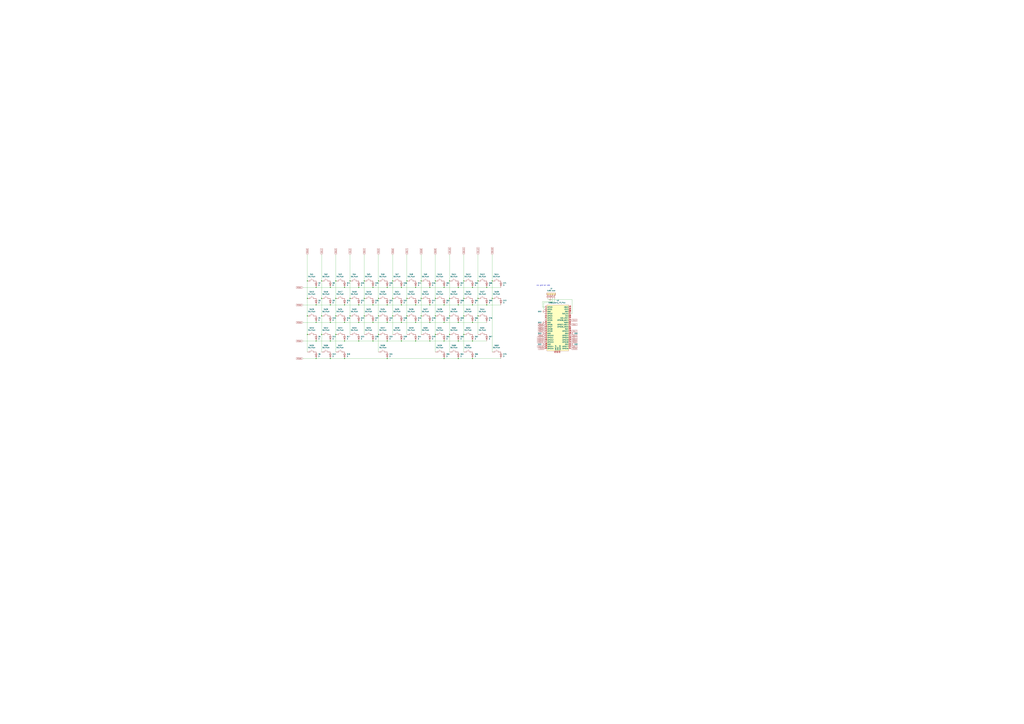
<source format=kicad_sch>
(kicad_sch (version 20250114) (generator "eeschema") (generator_version "9.0")
  (paper "A0")
  (text "vcc gnd scl sda" (at 630.682 331.47 0) (effects (font (size 1.27 1.27))))
  (junction (at 400.05 334.01))
  (junction (at 571.5 346.71))
  (junction (at 482.6 374.65))
  (junction (at 367.03 354.33))
  (junction (at 482.6 396.24))
  (junction (at 406.4 367.03))
  (junction (at 422.91 346.71))
  (junction (at 532.13 334.01))
  (junction (at 367.03 374.65))
  (junction (at 433.07 396.24))
  (junction (at 488.95 346.71))
  (junction (at 521.97 367.03))
  (junction (at 554.99 326.39))
  (junction (at 455.93 367.03))
  (junction (at 449.58 416.56))
  (junction (at 400.05 354.33))
  (junction (at 571.5 326.39))
  (junction (at 548.64 334.01))
  (junction (at 472.44 346.71))
  (junction (at 455.93 346.71))
  (junction (at 389.89 388.62))
  (junction (at 538.48 346.71))
  (junction (at 422.91 326.39))
  (junction (at 499.11 396.24))
  (junction (at 505.46 388.62))
  (junction (at 416.56 354.33))
  (junction (at 416.56 334.01))
  (junction (at 383.54 416.56))
  (junction (at 389.89 326.39))
  (junction (at 400.05 396.24))
  (junction (at 433.07 374.65))
  (junction (at 389.89 346.71))
  (junction (at 505.46 367.03))
  (junction (at 389.89 367.03))
  (junction (at 433.07 334.01))
  (junction (at 548.64 354.33))
  (junction (at 472.44 326.39))
  (junction (at 515.62 396.24))
  (junction (at 532.13 374.65))
  (junction (at 400.05 416.56))
  (junction (at 521.97 326.39))
  (junction (at 515.62 416.56))
  (junction (at 367.03 334.01))
  (junction (at 472.44 367.03))
  (junction (at 466.09 374.65))
  (junction (at 532.13 354.33))
  (junction (at 439.42 326.39))
  (junction (at 406.4 346.71))
  (junction (at 515.62 334.01))
  (junction (at 488.95 326.39))
  (junction (at 466.09 354.33))
  (junction (at 505.46 346.71))
  (junction (at 383.54 374.65))
  (junction (at 356.87 346.71))
  (junction (at 383.54 396.24))
  (junction (at 488.95 367.03))
  (junction (at 439.42 346.71))
  (junction (at 356.87 326.39))
  (junction (at 449.58 334.01))
  (junction (at 373.38 346.71))
  (junction (at 383.54 354.33))
  (junction (at 565.15 354.33))
  (junction (at 367.03 416.56))
  (junction (at 466.09 334.01))
  (junction (at 532.13 416.56))
  (junction (at 515.62 354.33))
  (junction (at 521.97 346.71))
  (junction (at 383.54 334.01))
  (junction (at 482.6 354.33))
  (junction (at 433.07 354.33))
  (junction (at 416.56 374.65))
  (junction (at 373.38 326.39))
  (junction (at 538.48 367.03))
  (junction (at 356.87 367.03))
  (junction (at 449.58 354.33))
  (junction (at 548.64 374.65))
  (junction (at 538.48 326.39))
  (junction (at 373.38 388.62))
  (junction (at 554.99 346.71))
  (junction (at 538.48 388.62))
  (junction (at 554.99 367.03))
  (junction (at 548.64 416.56))
  (junction (at 449.58 396.24))
  (junction (at 532.13 396.24))
  (junction (at 439.42 388.62))
  (junction (at 521.97 388.62))
  (junction (at 565.15 334.01))
  (junction (at 373.38 367.03))
  (junction (at 515.62 374.65))
  (junction (at 499.11 354.33))
  (junction (at 416.56 396.24))
  (junction (at 422.91 367.03))
  (junction (at 505.46 326.39))
  (junction (at 466.09 396.24))
  (junction (at 356.87 388.62))
  (junction (at 499.11 374.65))
  (junction (at 367.03 396.24))
  (junction (at 406.4 326.39))
  (junction (at 400.05 374.65))
  (junction (at 499.11 334.01))
  (junction (at 482.6 334.01))
  (junction (at 449.58 374.65))
  (junction (at 439.42 367.03))
  (junction (at 548.64 396.24))
  (junction (at 455.93 326.39))
  (wire (pts (xy 422.91 367.03) (xy 422.91 388.62)))
  (wire (pts (xy 631.19 359.41) (xy 632.46 359.41)))
  (wire (pts (xy 515.62 396.24) (xy 532.13 396.24)))
  (wire (pts (xy 548.64 396.24) (xy 565.15 396.24)))
  (wire (pts (xy 433.07 354.33) (xy 449.58 354.33)))
  (wire (pts (xy 449.58 416.56) (xy 515.62 416.56)))
  (wire (pts (xy 643.89 346.71) (xy 643.89 350.52)))
  (wire (pts (xy 356.87 326.39) (xy 356.87 346.71)))
  (wire (pts (xy 373.38 346.71) (xy 373.38 367.03)))
  (wire (pts (xy 439.42 295.91) (xy 439.42 326.39)))
  (wire (pts (xy 373.38 326.39) (xy 373.38 346.71)))
  (wire (pts (xy 466.09 354.33) (xy 482.6 354.33)))
  (wire (pts (xy 554.99 367.03) (xy 554.99 388.62)))
  (wire (pts (xy 383.54 354.33) (xy 400.05 354.33)))
  (wire (pts (xy 422.91 346.71) (xy 422.91 367.03)))
  (wire (pts (xy 629.92 356.87) (xy 632.46 356.87)))
  (wire (pts (xy 422.91 295.91) (xy 422.91 326.39)))
  (wire (pts (xy 466.09 334.01) (xy 482.6 334.01)))
  (wire (pts (xy 521.97 388.62) (xy 521.97 408.94)))
  (wire (pts (xy 351.79 334.01) (xy 367.03 334.01)))
  (wire (pts (xy 416.56 396.24) (xy 433.07 396.24)))
  (wire (pts (xy 499.11 374.65) (xy 515.62 374.65)))
  (wire (pts (xy 400.05 416.56) (xy 449.58 416.56)))
  (wire (pts (xy 482.6 334.01) (xy 499.11 334.01)))
  (wire (pts (xy 439.42 367.03) (xy 439.42 388.62)))
  (wire (pts (xy 482.6 396.24) (xy 499.11 396.24)))
  (wire (pts (xy 532.13 334.01) (xy 548.64 334.01)))
  (wire (pts (xy 367.03 416.56) (xy 383.54 416.56)))
  (wire (pts (xy 631.19 351.79) (xy 631.19 359.41)))
  (wire (pts (xy 389.89 326.39) (xy 389.89 346.71)))
  (wire (pts (xy 505.46 388.62) (xy 505.46 408.94)))
  (wire (pts (xy 548.64 354.33) (xy 565.15 354.33)))
  (wire (pts (xy 538.48 295.91) (xy 538.48 326.39)))
  (wire (pts (xy 532.13 396.24) (xy 548.64 396.24)))
  (wire (pts (xy 472.44 326.39) (xy 472.44 346.71)))
  (wire (pts (xy 466.09 374.65) (xy 482.6 374.65)))
  (wire (pts (xy 389.89 388.62) (xy 389.89 408.94)))
  (wire (pts (xy 482.6 374.65) (xy 499.11 374.65)))
  (wire (pts (xy 455.93 367.03) (xy 455.93 388.62)))
  (wire (pts (xy 389.89 367.03) (xy 389.89 388.62)))
  (wire (pts (xy 505.46 326.39) (xy 505.46 346.71)))
  (wire (pts (xy 565.15 354.33) (xy 581.66 354.33)))
  (wire (pts (xy 521.97 346.71) (xy 521.97 367.03)))
  (wire (pts (xy 449.58 334.01) (xy 466.09 334.01)))
  (wire (pts (xy 488.95 295.91) (xy 488.95 326.39)))
  (wire (pts (xy 571.5 295.91) (xy 571.5 326.39)))
  (wire (pts (xy 664.21 364.49) (xy 662.94 364.49)))
  (wire (pts (xy 538.48 326.39) (xy 538.48 346.71)))
  (wire (pts (xy 521.97 295.91) (xy 521.97 326.39)))
  (wire (pts (xy 538.48 346.71) (xy 538.48 367.03)))
  (wire (pts (xy 367.03 354.33) (xy 383.54 354.33)))
  (wire (pts (xy 643.89 350.52) (xy 629.92 350.52)))
  (wire (pts (xy 416.56 354.33) (xy 433.07 354.33)))
  (wire (pts (xy 488.95 346.71) (xy 488.95 367.03)))
  (wire (pts (xy 515.62 374.65) (xy 532.13 374.65)))
  (wire (pts (xy 449.58 396.24) (xy 466.09 396.24)))
  (wire (pts (xy 505.46 346.71) (xy 505.46 367.03)))
  (wire (pts (xy 641.35 346.71) (xy 641.35 351.79)))
  (wire (pts (xy 505.46 367.03) (xy 505.46 388.62)))
  (wire (pts (xy 488.95 367.03) (xy 488.95 388.62)))
  (wire (pts (xy 449.58 374.65) (xy 466.09 374.65)))
  (wire (pts (xy 439.42 388.62) (xy 439.42 408.94)))
  (wire (pts (xy 548.64 374.65) (xy 565.15 374.65)))
  (wire (pts (xy 532.13 354.33) (xy 548.64 354.33)))
  (wire (pts (xy 356.87 388.62) (xy 356.87 408.94)))
  (wire (pts (xy 636.27 346.71) (xy 636.27 347.98)))
  (wire (pts (xy 449.58 354.33) (xy 466.09 354.33)))
  (wire (pts (xy 416.56 374.65) (xy 433.07 374.65)))
  (wire (pts (xy 356.87 346.71) (xy 356.87 367.03)))
  (wire (pts (xy 389.89 295.91) (xy 389.89 326.39)))
  (wire (pts (xy 515.62 354.33) (xy 532.13 354.33)))
  (wire (pts (xy 351.79 354.33) (xy 367.03 354.33)))
  (wire (pts (xy 548.64 416.56) (xy 581.66 416.56)))
  (wire (pts (xy 488.95 326.39) (xy 488.95 346.71)))
  (wire (pts (xy 472.44 295.91) (xy 472.44 326.39)))
  (wire (pts (xy 515.62 334.01) (xy 532.13 334.01)))
  (wire (pts (xy 641.35 351.79) (xy 631.19 351.79)))
  (wire (pts (xy 532.13 374.65) (xy 548.64 374.65)))
  (wire (pts (xy 400.05 354.33) (xy 416.56 354.33)))
  (wire (pts (xy 400.05 396.24) (xy 416.56 396.24)))
  (wire (pts (xy 636.27 347.98) (xy 664.21 347.98)))
  (wire (pts (xy 383.54 416.56) (xy 400.05 416.56)))
  (wire (pts (xy 455.93 346.71) (xy 455.93 367.03)))
  (wire (pts (xy 499.11 354.33) (xy 515.62 354.33)))
  (wire (pts (xy 515.62 416.56) (xy 532.13 416.56)))
  (wire (pts (xy 373.38 295.91) (xy 373.38 326.39)))
  (wire (pts (xy 422.91 326.39) (xy 422.91 346.71)))
  (wire (pts (xy 400.05 374.65) (xy 416.56 374.65)))
  (wire (pts (xy 548.64 334.01) (xy 565.15 334.01)))
  (wire (pts (xy 383.54 396.24) (xy 400.05 396.24)))
  (wire (pts (xy 499.11 396.24) (xy 515.62 396.24)))
  (wire (pts (xy 383.54 374.65) (xy 400.05 374.65)))
  (wire (pts (xy 367.03 396.24) (xy 383.54 396.24)))
  (wire (pts (xy 554.99 326.39) (xy 554.99 346.71)))
  (wire (pts (xy 521.97 367.03) (xy 521.97 388.62)))
  (wire (pts (xy 571.5 326.39) (xy 571.5 346.71)))
  (wire (pts (xy 367.03 334.01) (xy 383.54 334.01)))
  (wire (pts (xy 664.21 347.98) (xy 664.21 364.49)))
  (wire (pts (xy 554.99 346.71) (xy 554.99 367.03)))
  (wire (pts (xy 433.07 334.01) (xy 449.58 334.01)))
  (wire (pts (xy 356.87 295.91) (xy 356.87 326.39)))
  (wire (pts (xy 571.5 346.71) (xy 571.5 408.94)))
  (wire (pts (xy 538.48 388.62) (xy 538.48 408.94)))
  (wire (pts (xy 356.87 367.03) (xy 356.87 388.62)))
  (wire (pts (xy 373.38 388.62) (xy 373.38 408.94)))
  (wire (pts (xy 455.93 326.39) (xy 455.93 346.71)))
  (wire (pts (xy 433.07 396.24) (xy 449.58 396.24)))
  (wire (pts (xy 351.79 396.24) (xy 367.03 396.24)))
  (wire (pts (xy 406.4 326.39) (xy 406.4 346.71)))
  (wire (pts (xy 406.4 367.03) (xy 406.4 388.62)))
  (wire (pts (xy 416.56 334.01) (xy 433.07 334.01)))
  (wire (pts (xy 505.46 295.91) (xy 505.46 326.39)))
  (wire (pts (xy 455.93 295.91) (xy 455.93 326.39)))
  (wire (pts (xy 629.92 350.52) (xy 629.92 356.87)))
  (wire (pts (xy 532.13 416.56) (xy 548.64 416.56)))
  (wire (pts (xy 521.97 326.39) (xy 521.97 346.71)))
  (wire (pts (xy 482.6 354.33) (xy 499.11 354.33)))
  (wire (pts (xy 373.38 367.03) (xy 373.38 388.62)))
  (wire (pts (xy 406.4 346.71) (xy 406.4 367.03)))
  (wire (pts (xy 433.07 374.65) (xy 449.58 374.65)))
  (wire (pts (xy 439.42 346.71) (xy 439.42 367.03)))
  (wire (pts (xy 367.03 374.65) (xy 383.54 374.65)))
  (wire (pts (xy 406.4 295.91) (xy 406.4 326.39)))
  (wire (pts (xy 466.09 396.24) (xy 482.6 396.24)))
  (wire (pts (xy 538.48 367.03) (xy 538.48 388.62)))
  (wire (pts (xy 554.99 295.91) (xy 554.99 326.39)))
  (wire (pts (xy 383.54 334.01) (xy 400.05 334.01)))
  (wire (pts (xy 472.44 367.03) (xy 472.44 388.62)))
  (wire (pts (xy 472.44 346.71) (xy 472.44 367.03)))
  (wire (pts (xy 400.05 334.01) (xy 416.56 334.01)))
  (wire (pts (xy 499.11 334.01) (xy 515.62 334.01)))
  (wire (pts (xy 389.89 346.71) (xy 389.89 367.03)))
  (wire (pts (xy 439.42 326.39) (xy 439.42 346.71)))
  (wire (pts (xy 351.79 374.65) (xy 367.03 374.65)))
  (wire (pts (xy 565.15 334.01) (xy 581.66 334.01)))
  (wire (pts (xy 351.79 416.56) (xy 367.03 416.56)))
  (global_label "COL2" (shape input) (at 662.94 384.81 0) (property "Intersheetrefs" "${INTERSHEET_REFS}" (effects (hide yes))))
  (global_label "COL2" (shape input) (at 389.89 295.91 90) (property "Intersheetrefs" "${INTERSHEET_REFS}" (effects (hide yes))))
  (global_label "COL4" (shape input) (at 662.94 392.43 0) (property "Intersheetrefs" "${INTERSHEET_REFS}" (effects (hide yes))))
  (global_label "COL8" (shape input) (at 488.95 295.91 90) (property "Intersheetrefs" "${INTERSHEET_REFS}" (effects (hide yes))))
  (global_label "COL11" (shape input) (at 632.46 397.51 180) (property "Intersheetrefs" "${INTERSHEET_REFS}" (effects (hide yes))))
  (global_label "COL13" (shape input) (at 632.46 392.43 180) (property "Intersheetrefs" "${INTERSHEET_REFS}" (effects (hide yes))))
  (global_label "COL13" (shape input) (at 571.5 295.91 90) (property "Intersheetrefs" "${INTERSHEET_REFS}" (effects (hide yes))))
  (global_label "ROW2" (shape input) (at 632.46 384.81 180) (property "Intersheetrefs" "${INTERSHEET_REFS}" (effects (hide yes))))
  (global_label "ROW4" (shape input) (at 632.46 379.73 180) (property "Intersheetrefs" "${INTERSHEET_REFS}" (effects (hide yes))))
  (global_label "COL5" (shape input) (at 439.42 295.91 90) (property "Intersheetrefs" "${INTERSHEET_REFS}" (effects (hide yes))))
  (global_label "COL7" (shape input) (at 662.94 402.59 0) (property "Intersheetrefs" "${INTERSHEET_REFS}" (effects (hide yes))))
  (global_label "ROW5" (shape input) (at 632.46 377.19 180) (property "Intersheetrefs" "${INTERSHEET_REFS}" (effects (hide yes))))
  (global_label "COL9" (shape input) (at 632.46 405.13 180) (property "Intersheetrefs" "${INTERSHEET_REFS}" (effects (hide yes))))
  (global_label "ROW3" (shape input) (at 632.46 382.27 180) (property "Intersheetrefs" "${INTERSHEET_REFS}" (effects (hide yes))))
  (global_label "COL1" (shape input) (at 662.94 377.19 0) (property "Intersheetrefs" "${INTERSHEET_REFS}" (effects (hide yes))))
  (global_label "COL6" (shape input) (at 662.94 397.51 0) (property "Intersheetrefs" "${INTERSHEET_REFS}" (effects (hide yes))))
  (global_label "COL5" (shape input) (at 662.94 394.97 0) (property "Intersheetrefs" "${INTERSHEET_REFS}" (effects (hide yes))))
  (global_label "ROW4" (shape input) (at 351.79 396.24 180) (property "Intersheetrefs" "${INTERSHEET_REFS}" (effects (hide yes))))
  (global_label "COL0" (shape input) (at 356.87 295.91 90) (property "Intersheetrefs" "${INTERSHEET_REFS}" (effects (hide yes))))
  (global_label "COL10" (shape input) (at 632.46 402.59 180) (property "Intersheetrefs" "${INTERSHEET_REFS}" (effects (hide yes))))
  (global_label "COL11" (shape input) (at 538.48 295.91 90) (property "Intersheetrefs" "${INTERSHEET_REFS}" (effects (hide yes))))
  (global_label "COL9" (shape input) (at 505.46 295.91 90) (property "Intersheetrefs" "${INTERSHEET_REFS}" (effects (hide yes))))
  (global_label "COL12" (shape input) (at 554.99 295.91 90) (property "Intersheetrefs" "${INTERSHEET_REFS}" (effects (hide yes))))
  (global_label "ROW3" (shape input) (at 351.79 374.65 180) (property "Intersheetrefs" "${INTERSHEET_REFS}" (effects (hide yes))))
  (global_label "COL0" (shape input) (at 662.94 372.11 0) (property "Intersheetrefs" "${INTERSHEET_REFS}" (effects (hide yes))))
  (global_label "COL10" (shape input) (at 521.97 295.91 90) (property "Intersheetrefs" "${INTERSHEET_REFS}" (effects (hide yes))))
  (global_label "COL7" (shape input) (at 472.44 295.91 90) (property "Intersheetrefs" "${INTERSHEET_REFS}" (effects (hide yes))))
  (global_label "ROW1" (shape input) (at 632.46 389.89 180) (property "Intersheetrefs" "${INTERSHEET_REFS}" (effects (hide yes))))
  (global_label "ROW2" (shape input) (at 351.79 354.33 180) (property "Intersheetrefs" "${INTERSHEET_REFS}" (effects (hide yes))))
  (global_label "COL3" (shape input) (at 406.4 295.91 90) (property "Intersheetrefs" "${INTERSHEET_REFS}" (effects (hide yes))))
  (global_label "ROW5" (shape input) (at 351.79 416.56 180) (property "Intersheetrefs" "${INTERSHEET_REFS}" (effects (hide yes))))
  (global_label "COL3" (shape input) (at 662.94 389.89 0) (property "Intersheetrefs" "${INTERSHEET_REFS}" (effects (hide yes))))
  (global_label "COL12" (shape input) (at 632.46 394.97 180) (property "Intersheetrefs" "${INTERSHEET_REFS}" (effects (hide yes))))
  (global_label "COL6" (shape input) (at 455.93 295.91 90) (property "Intersheetrefs" "${INTERSHEET_REFS}" (effects (hide yes))))
  (global_label "COL1" (shape input) (at 373.38 295.91 90) (property "Intersheetrefs" "${INTERSHEET_REFS}" (effects (hide yes))))
  (global_label "ROW1" (shape input) (at 351.79 334.01 180) (property "Intersheetrefs" "${INTERSHEET_REFS}" (effects (hide yes))))
  (global_label "COL4" (shape input) (at 422.91 295.91 90) (property "Intersheetrefs" "${INTERSHEET_REFS}" (effects (hide yes))))
  (global_label "COL8" (shape input) (at 662.94 405.13 0) (property "Intersheetrefs" "${INTERSHEET_REFS}" (effects (hide yes))))
  (symbol (lib_id "Device:D") (at 515.62 350.52 90) (unit 1)
    (property "Reference" "D52" (at 518.16 349.2499 90) (effects (justify right)))
    (property "Value" "D" (at 518.16 351.7899 90) (effects (justify right)))
    (property "Footprint" "Diode_THT:D_DO-41_SOD81_P12.70mm_Horizontal" (effects (hide yes)))
    (property "Description" "Diode" (effects (hide yes)))
    (property "Sim.Device" "D" (effects (hide yes)))
    (property "Sim.Pins" "1=K 2=A" (effects (hide yes)))
  )
  (symbol (lib_id "Device:D") (at 482.6 392.43 90) (unit 1)
    (property "Reference" "D44" (at 485.14 391.1599 90) (effects (justify right)))
    (property "Value" "D" (at 485.14 393.6999 90) (effects (justify right)))
    (property "Footprint" "Diode_THT:D_DO-41_SOD81_P12.70mm_Horizontal" (effects (hide yes)))
    (property "Description" "Diode" (effects (hide yes)))
    (property "Sim.Device" "D" (effects (hide yes)))
    (property "Sim.Pins" "1=K 2=A" (effects (hide yes)))
  )
  (symbol (lib_id "Device:D") (at 565.15 330.2 90) (unit 1)
    (property "Reference" "D68" (at 567.69 328.9299 90) (effects (justify right)))
    (property "Value" "D" (at 567.69 331.4699 90) (effects (justify right)))
    (property "Footprint" "Diode_THT:D_DO-41_SOD81_P12.70mm_Horizontal" (effects (hide yes)))
    (property "Description" "Diode" (effects (hide yes)))
    (property "Sim.Device" "D" (effects (hide yes)))
    (property "Sim.Pins" "1=K 2=A" (effects (hide yes)))
  )
  (symbol (lib_id "Device:D") (at 532.13 392.43 90) (unit 1)
    (property "Reference" "D60" (at 534.67 391.1599 90) (effects (justify right)))
    (property "Value" "D" (at 534.67 393.6999 90) (effects (justify right)))
    (property "Footprint" "Diode_THT:D_DO-41_SOD81_P12.70mm_Horizontal" (effects (hide yes)))
    (property "Description" "Diode" (effects (hide yes)))
    (property "Sim.Device" "D" (effects (hide yes)))
    (property "Sim.Pins" "1=K 2=A" (effects (hide yes)))
  )
  (symbol (lib_id "Device:D") (at 548.64 370.84 90) (unit 1)
    (property "Reference" "D65" (at 551.18 369.5699 90) (effects (justify right)))
    (property "Value" "D" (at 551.18 372.1099 90) (effects (justify right)))
    (property "Footprint" "Diode_THT:D_DO-41_SOD81_P12.70mm_Horizontal" (effects (hide yes)))
    (property "Description" "Diode" (effects (hide yes)))
    (property "Sim.Device" "D" (effects (hide yes)))
    (property "Sim.Pins" "1=K 2=A" (effects (hide yes)))
  )
  (symbol (lib_id "Device:D") (at 400.05 412.75 90) (unit 1)
    (property "Reference" "D18" (at 402.59 411.4799 90) (effects (justify right)))
    (property "Value" "D" (at 402.59 414.0199 90) (effects (justify right)))
    (property "Footprint" "Diode_THT:D_DO-41_SOD81_P12.70mm_Horizontal" (effects (hide yes)))
    (property "Description" "Diode" (effects (hide yes)))
    (property "Sim.Device" "D" (effects (hide yes)))
    (property "Sim.Pins" "1=K 2=A" (effects (hide yes)))
  )
  (symbol (lib_id "power:GND") (at 638.81 346.71 0) (unit 1)
    (property "Reference" "#PWR07" (effects (hide yes)))
    (property "Value" "GND" (at 638.81 351.79 0))
    (property "Description" "Power symbol creates a global label with name \"GND\" , ground" (effects (hide yes)))
  )
  (symbol (lib_id "Switch:SW_Push") (at 510.54 346.71 0) (unit 1)
    (property "Reference" "SW24" (at 510.54 339.09 0))
    (property "Value" "SW_Push" (at 510.54 341.63 0))
    (property "Footprint" "ScottoKeebs_MX:MX_PCB_1.00u" (effects (hide yes)))
    (property "Description" "Push button switch, generic, two pins" (effects (hide yes)))
  )
  (symbol (lib_id "Switch:SW_Push") (at 411.48 326.39 0) (unit 1)
    (property "Reference" "SW4" (at 411.48 318.77 0))
    (property "Value" "SW_Push" (at 411.48 321.31 0))
    (property "Footprint" "ScottoKeebs_MX:MX_PCB_1.00u" (effects (hide yes)))
    (property "Description" "Push button switch, generic, two pins" (effects (hide yes)))
  )
  (symbol (lib_id "Device:D") (at 532.13 370.84 90) (unit 1)
    (property "Reference" "D59" (at 534.67 369.5699 90) (effects (justify right)))
    (property "Value" "D" (at 534.67 372.1099 90) (effects (justify right)))
    (property "Footprint" "Diode_THT:D_DO-41_SOD81_P12.70mm_Horizontal" (effects (hide yes)))
    (property "Description" "Diode" (effects (hide yes)))
    (property "Sim.Device" "D" (effects (hide yes)))
    (property "Sim.Pins" "1=K 2=A" (effects (hide yes)))
  )
  (symbol (lib_id "Connector_Generic:Conn_01x04") (at 638.81 341.63 90) (unit 1)
    (property "Reference" "J3" (at 640.08 335.28 90))
    (property "Value" "0.96 oled" (at 640.08 337.82 90))
    (property "Footprint" "Connector_PinHeader_2.54mm:PinHeader_1x04_P2.54mm_Vertical" (effects (hide yes)))
    (property "Description" "Generic connector, single row, 01x04, script generated (kicad-library-utils/schlib/autogen/connector/)" (effects (hide yes)))
  )
  (symbol (lib_id "Device:D") (at 466.09 370.84 90) (unit 1)
    (property "Reference" "D38" (at 468.63 369.5699 90) (effects (justify right)))
    (property "Value" "D" (at 468.63 372.1099 90) (effects (justify right)))
    (property "Footprint" "Diode_THT:D_DO-41_SOD81_P12.70mm_Horizontal" (effects (hide yes)))
    (property "Description" "Diode" (effects (hide yes)))
    (property "Sim.Device" "D" (effects (hide yes)))
    (property "Sim.Pins" "1=K 2=A" (effects (hide yes)))
  )
  (symbol (lib_id "Switch:SW_Push") (at 494.03 388.62 0) (unit 1)
    (property "Reference" "SW50" (at 494.03 381 0))
    (property "Value" "SW_Push" (at 494.03 383.54 0))
    (property "Footprint" "ScottoKeebs_MX:MX_PCB_1.00u" (effects (hide yes)))
    (property "Description" "Push button switch, generic, two pins" (effects (hide yes)))
  )
  (symbol (lib_id "Device:D") (at 482.6 370.84 90) (unit 1)
    (property "Reference" "D43" (at 485.14 369.5699 90) (effects (justify right)))
    (property "Value" "D" (at 485.14 372.1099 90) (effects (justify right)))
    (property "Footprint" "Diode_THT:D_DO-41_SOD81_P12.70mm_Horizontal" (effects (hide yes)))
    (property "Description" "Diode" (effects (hide yes)))
    (property "Sim.Device" "D" (effects (hide yes)))
    (property "Sim.Pins" "1=K 2=A" (effects (hide yes)))
  )
  (symbol (lib_id "Device:D") (at 449.58 330.2 90) (unit 1)
    (property "Reference" "D30" (at 452.12 328.9299 90) (effects (justify right)))
    (property "Value" "D" (at 452.12 331.4699 90) (effects (justify right)))
    (property "Footprint" "Diode_THT:D_DO-41_SOD81_P12.70mm_Horizontal" (effects (hide yes)))
    (property "Description" "Diode" (effects (hide yes)))
    (property "Sim.Device" "D" (effects (hide yes)))
    (property "Sim.Pins" "1=K 2=A" (effects (hide yes)))
  )
  (symbol (lib_id "Device:D") (at 466.09 330.2 90) (unit 1)
    (property "Reference" "D36" (at 468.63 328.9299 90) (effects (justify right)))
    (property "Value" "D" (at 468.63 331.4699 90) (effects (justify right)))
    (property "Footprint" "Diode_THT:D_DO-41_SOD81_P12.70mm_Horizontal" (effects (hide yes)))
    (property "Description" "Diode" (effects (hide yes)))
    (property "Sim.Device" "D" (effects (hide yes)))
    (property "Sim.Pins" "1=K 2=A" (effects (hide yes)))
  )
  (symbol (lib_id "Switch:SW_Push") (at 427.99 388.62 0) (unit 1)
    (property "Reference" "SW46" (at 427.99 381 0))
    (property "Value" "SW_Push" (at 427.99 383.54 0))
    (property "Footprint" "ScottoKeebs_MX:MX_PCB_1.00u" (effects (hide yes)))
    (property "Description" "Push button switch, generic, two pins" (effects (hide yes)))
  )
  (symbol (lib_id "power:GND") (at 632.46 361.95 270) (unit 1)
    (property "Reference" "#PWR06" (effects (hide yes)))
    (property "Value" "GND" (at 628.65 361.9499 90) (effects (justify right)))
    (property "Description" "Power symbol creates a global label with name \"GND\" , ground" (effects (hide yes)))
  )
  (symbol (lib_id "Switch:SW_Push") (at 378.46 408.94 0) (unit 1)
    (property "Reference" "SW56" (at 378.46 401.32 0))
    (property "Value" "SW_Push" (at 378.46 403.86 0))
    (property "Footprint" "ScottoKeebs_MX:MX_PCB_1.00u" (effects (hide yes)))
    (property "Description" "Push button switch, generic, two pins" (effects (hide yes)))
  )
  (symbol (lib_id "Switch:SW_Push") (at 560.07 388.62 0) (unit 1)
    (property "Reference" "SW54" (at 560.07 381 0))
    (property "Value" "SW_Push" (at 560.07 383.54 0))
    (property "Footprint" "ScottoKeebs_MX:MX_PCB_1.00u" (effects (hide yes)))
    (property "Description" "Push button switch, generic, two pins" (effects (hide yes)))
  )
  (symbol (lib_id "Device:D") (at 466.09 350.52 90) (unit 1)
    (property "Reference" "D37" (at 468.63 349.2499 90) (effects (justify right)))
    (property "Value" "D" (at 468.63 351.7899 90) (effects (justify right)))
    (property "Footprint" "Diode_THT:D_DO-41_SOD81_P12.70mm_Horizontal" (effects (hide yes)))
    (property "Description" "Diode" (effects (hide yes)))
    (property "Sim.Device" "D" (effects (hide yes)))
    (property "Sim.Pins" "1=K 2=A" (effects (hide yes)))
  )
  (symbol (lib_id "Switch:SW_Push") (at 361.95 408.94 0) (unit 1)
    (property "Reference" "SW55" (at 361.95 401.32 0))
    (property "Value" "SW_Push" (at 361.95 403.86 0))
    (property "Footprint" "ScottoKeebs_MX:MX_PCB_1.00u" (effects (hide yes)))
    (property "Description" "Push button switch, generic, two pins" (effects (hide yes)))
  )
  (symbol (lib_id "Switch:SW_Push") (at 444.5 408.94 0) (unit 1)
    (property "Reference" "SW58" (at 444.5 401.32 0))
    (property "Value" "SW_Push" (at 444.5 403.86 0))
    (property "Footprint" "ScottoKeebs_MX:MX_PCB_1.00u" (effects (hide yes)))
    (property "Description" "Push button switch, generic, two pins" (effects (hide yes)))
  )
  (symbol (lib_id "Switch:SW_Push") (at 361.95 326.39 0) (unit 1)
    (property "Reference" "SW1" (at 361.95 318.77 0))
    (property "Value" "SW_Push" (at 361.95 321.31 0))
    (property "Footprint" "ScottoKeebs_MX:MX_PCB_1.00u" (effects (hide yes)))
    (property "Description" "Push button switch, generic, two pins" (effects (hide yes)))
  )
  (symbol (lib_id "Device:D") (at 400.05 350.52 90) (unit 1)
    (property "Reference" "D15" (at 402.59 349.2499 90) (effects (justify right)))
    (property "Value" "D" (at 402.59 351.7899 90) (effects (justify right)))
    (property "Footprint" "Diode_THT:D_DO-41_SOD81_P12.70mm_Horizontal" (effects (hide yes)))
    (property "Description" "Diode" (effects (hide yes)))
    (property "Sim.Device" "D" (effects (hide yes)))
    (property "Sim.Pins" "1=K 2=A" (effects (hide yes)))
  )
  (symbol (lib_id "Device:D") (at 433.07 370.84 90) (unit 1)
    (property "Reference" "D27" (at 435.61 369.5699 90) (effects (justify right)))
    (property "Value" "D" (at 435.61 372.1099 90) (effects (justify right)))
    (property "Footprint" "Diode_THT:D_DO-41_SOD81_P12.70mm_Horizontal" (effects (hide yes)))
    (property "Description" "Diode" (effects (hide yes)))
    (property "Sim.Device" "D" (effects (hide yes)))
    (property "Sim.Pins" "1=K 2=A" (effects (hide yes)))
  )
  (symbol (lib_id "Switch:SW_Push") (at 560.07 326.39 0) (unit 1)
    (property "Reference" "SW13" (at 560.07 318.77 0))
    (property "Value" "SW_Push" (at 560.07 321.31 0))
    (property "Footprint" "ScottoKeebs_MX:MX_PCB_1.00u" (effects (hide yes)))
    (property "Description" "Push button switch, generic, two pins" (effects (hide yes)))
  )
  (symbol (lib_id "Device:D") (at 532.13 350.52 90) (unit 1)
    (property "Reference" "D58" (at 534.67 349.2499 90) (effects (justify right)))
    (property "Value" "D" (at 534.67 351.7899 90) (effects (justify right)))
    (property "Footprint" "Diode_THT:D_DO-41_SOD81_P12.70mm_Horizontal" (effects (hide yes)))
    (property "Description" "Diode" (effects (hide yes)))
    (property "Sim.Device" "D" (effects (hide yes)))
    (property "Sim.Pins" "1=K 2=A" (effects (hide yes)))
  )
  (symbol (lib_id "Device:D") (at 367.03 370.84 90) (unit 1)
    (property "Reference" "D4" (at 369.57 369.5699 90) (effects (justify right)))
    (property "Value" "D" (at 369.57 372.1099 90) (effects (justify right)))
    (property "Footprint" "Diode_THT:D_DO-41_SOD81_P12.70mm_Horizontal" (effects (hide yes)))
    (property "Description" "Diode" (effects (hide yes)))
    (property "Sim.Device" "D" (effects (hide yes)))
    (property "Sim.Pins" "1=K 2=A" (effects (hide yes)))
  )
  (symbol (lib_id "Switch:SW_Push") (at 560.07 367.03 0) (unit 1)
    (property "Reference" "SW41" (at 560.07 359.41 0))
    (property "Value" "SW_Push" (at 560.07 361.95 0))
    (property "Footprint" "ScottoKeebs_MX:MX_PCB_1.00u" (effects (hide yes)))
    (property "Description" "Push button switch, generic, two pins" (effects (hide yes)))
  )
  (symbol (lib_id "Switch:SW_Push") (at 394.97 346.71 0) (unit 1)
    (property "Reference" "SW17" (at 394.97 339.09 0))
    (property "Value" "SW_Push" (at 394.97 341.63 0))
    (property "Footprint" "ScottoKeebs_MX:MX_PCB_1.00u" (effects (hide yes)))
    (property "Description" "Push button switch, generic, two pins" (effects (hide yes)))
  )
  (symbol (lib_id "Switch:SW_Push") (at 461.01 388.62 0) (unit 1)
    (property "Reference" "SW48" (at 461.01 381 0))
    (property "Value" "SW_Push" (at 461.01 383.54 0))
    (property "Footprint" "ScottoKeebs_MX:MX_PCB_1.00u" (effects (hide yes)))
    (property "Description" "Push button switch, generic, two pins" (effects (hide yes)))
  )
  (symbol (lib_id "Switch:SW_Push") (at 527.05 346.71 0) (unit 1)
    (property "Reference" "SW25" (at 527.05 339.09 0))
    (property "Value" "SW_Push" (at 527.05 341.63 0))
    (property "Footprint" "ScottoKeebs_MX:MX_PCB_1.00u" (effects (hide yes)))
    (property "Description" "Push button switch, generic, two pins" (effects (hide yes)))
  )
  (symbol (lib_id "Device:D") (at 565.15 350.52 90) (unit 1)
    (property "Reference" "D69" (at 567.69 349.2499 90) (effects (justify right)))
    (property "Value" "D" (at 567.69 351.7899 90) (effects (justify right)))
    (property "Footprint" "Diode_THT:D_DO-41_SOD81_P12.70mm_Horizontal" (effects (hide yes)))
    (property "Description" "Diode" (effects (hide yes)))
    (property "Sim.Device" "D" (effects (hide yes)))
    (property "Sim.Pins" "1=K 2=A" (effects (hide yes)))
  )
  (symbol (lib_id "Device:D") (at 515.62 370.84 90) (unit 1)
    (property "Reference" "D53" (at 518.16 369.5699 90) (effects (justify right)))
    (property "Value" "D" (at 518.16 372.1099 90) (effects (justify right)))
    (property "Footprint" "Diode_THT:D_DO-41_SOD81_P12.70mm_Horizontal" (effects (hide yes)))
    (property "Description" "Diode" (effects (hide yes)))
    (property "Sim.Device" "D" (effects (hide yes)))
    (property "Sim.Pins" "1=K 2=A" (effects (hide yes)))
  )
  (symbol (lib_id "Device:D") (at 416.56 350.52 90) (unit 1)
    (property "Reference" "D21" (at 419.1 349.2499 90) (effects (justify right)))
    (property "Value" "D" (at 419.1 351.7899 90) (effects (justify right)))
    (property "Footprint" "Diode_THT:D_DO-41_SOD81_P12.70mm_Horizontal" (effects (hide yes)))
    (property "Description" "Diode" (effects (hide yes)))
    (property "Sim.Device" "D" (effects (hide yes)))
    (property "Sim.Pins" "1=K 2=A" (effects (hide yes)))
  )
  (symbol (lib_id "Switch:SW_Push") (at 427.99 367.03 0) (unit 1)
    (property "Reference" "SW33" (at 427.99 359.41 0))
    (property "Value" "SW_Push" (at 427.99 361.95 0))
    (property "Footprint" "ScottoKeebs_MX:MX_PCB_1.00u" (effects (hide yes)))
    (property "Description" "Push button switch, generic, two pins" (effects (hide yes)))
  )
  (symbol (lib_id "Switch:SW_Push") (at 361.95 388.62 0) (unit 1)
    (property "Reference" "SW42" (at 361.95 381 0))
    (property "Value" "SW_Push" (at 361.95 383.54 0))
    (property "Footprint" "ScottoKeebs_MX:MX_PCB_1.00u" (effects (hide yes)))
    (property "Description" "Push button switch, generic, two pins" (effects (hide yes)))
  )
  (symbol (lib_id "Switch:SW_Push") (at 361.95 346.71 0) (unit 1)
    (property "Reference" "SW15" (at 361.95 339.09 0))
    (property "Value" "SW_Push" (at 361.95 341.63 0))
    (property "Footprint" "ScottoKeebs_MX:MX_PCB_1.00u" (effects (hide yes)))
    (property "Description" "Push button switch, generic, two pins" (effects (hide yes)))
  )
  (symbol (lib_id "power:GND") (at 662.94 387.35 90) (unit 1)
    (property "Reference" "#PWR02" (effects (hide yes)))
    (property "Value" "GND" (at 666.75 387.3499 90) (effects (justify right)))
    (property "Description" "Power symbol creates a global label with name \"GND\" , ground" (effects (hide yes)))
  )
  (symbol (lib_id "Device:D") (at 548.64 412.75 90) (unit 1)
    (property "Reference" "D66" (at 551.18 411.4799 90) (effects (justify right)))
    (property "Value" "D" (at 551.18 414.0199 90) (effects (justify right)))
    (property "Footprint" "Diode_THT:D_DO-41_SOD81_P12.70mm_Horizontal" (effects (hide yes)))
    (property "Description" "Diode" (effects (hide yes)))
    (property "Sim.Device" "D" (effects (hide yes)))
    (property "Sim.Pins" "1=K 2=A" (effects (hide yes)))
  )
  (symbol (lib_id "Device:D") (at 367.03 392.43 90) (unit 1)
    (property "Reference" "D5" (at 369.57 391.1599 90) (effects (justify right)))
    (property "Value" "D" (at 369.57 393.6999 90) (effects (justify right)))
    (property "Footprint" "Diode_THT:D_DO-41_SOD81_P12.70mm_Horizontal" (effects (hide yes)))
    (property "Description" "Diode" (effects (hide yes)))
    (property "Sim.Device" "D" (effects (hide yes)))
    (property "Sim.Pins" "1=K 2=A" (effects (hide yes)))
  )
  (symbol (lib_id "Switch:SW_Push") (at 444.5 367.03 0) (unit 1)
    (property "Reference" "SW34" (at 444.5 359.41 0))
    (property "Value" "SW_Push" (at 444.5 361.95 0))
    (property "Footprint" "ScottoKeebs_MX:MX_PCB_1.00u" (effects (hide yes)))
    (property "Description" "Push button switch, generic, two pins" (effects (hide yes)))
  )
  (symbol (lib_id "Device:D") (at 515.62 412.75 90) (unit 1)
    (property "Reference" "D55" (at 518.16 411.4799 90) (effects (justify right)))
    (property "Value" "D" (at 518.16 414.0199 90) (effects (justify right)))
    (property "Footprint" "Diode_THT:D_DO-41_SOD81_P12.70mm_Horizontal" (effects (hide yes)))
    (property "Description" "Diode" (effects (hide yes)))
    (property "Sim.Device" "D" (effects (hide yes)))
    (property "Sim.Pins" "1=K 2=A" (effects (hide yes)))
  )
  (symbol (lib_id "Device:D") (at 499.11 350.52 90) (unit 1)
    (property "Reference" "D47" (at 501.65 349.2499 90) (effects (justify right)))
    (property "Value" "D" (at 501.65 351.7899 90) (effects (justify right)))
    (property "Footprint" "Diode_THT:D_DO-41_SOD81_P12.70mm_Horizontal" (effects (hide yes)))
    (property "Description" "Diode" (effects (hide yes)))
    (property "Sim.Device" "D" (effects (hide yes)))
    (property "Sim.Pins" "1=K 2=A" (effects (hide yes)))
  )
  (symbol (lib_id "Switch:SW_Push") (at 543.56 326.39 0) (unit 1)
    (property "Reference" "SW12" (at 543.56 318.77 0))
    (property "Value" "SW_Push" (at 543.56 321.31 0))
    (property "Footprint" "ScottoKeebs_MX:MX_PCB_1.00u" (effects (hide yes)))
    (property "Description" "Push button switch, generic, two pins" (effects (hide yes)))
  )
  (symbol (lib_id "Switch:SW_Push") (at 576.58 346.71 0) (unit 1)
    (property "Reference" "SW28" (at 576.58 339.09 0))
    (property "Value" "SW_Push" (at 576.58 341.63 0))
    (property "Footprint" "ScottoKeebs_MX:MX_PCB_1.00u" (effects (hide yes)))
    (property "Description" "Push button switch, generic, two pins" (effects (hide yes)))
  )
  (symbol (lib_id "Device:D") (at 383.54 330.2 90) (unit 1)
    (property "Reference" "D8" (at 386.08 328.9299 90) (effects (justify right)))
    (property "Value" "D" (at 386.08 331.4699 90) (effects (justify right)))
    (property "Footprint" "Diode_THT:D_DO-41_SOD81_P12.70mm_Horizontal" (effects (hide yes)))
    (property "Description" "Diode" (effects (hide yes)))
    (property "Sim.Device" "D" (effects (hide yes)))
    (property "Sim.Pins" "1=K 2=A" (effects (hide yes)))
  )
  (symbol (lib_id "Switch:SW_Push") (at 477.52 346.71 0) (unit 1)
    (property "Reference" "SW22" (at 477.52 339.09 0))
    (property "Value" "SW_Push" (at 477.52 341.63 0))
    (property "Footprint" "ScottoKeebs_MX:MX_PCB_1.00u" (effects (hide yes)))
    (property "Description" "Push button switch, generic, two pins" (effects (hide yes)))
  )
  (symbol (lib_id "Device:D") (at 383.54 370.84 90) (unit 1)
    (property "Reference" "D10" (at 386.08 369.5699 90) (effects (justify right)))
    (property "Value" "D" (at 386.08 372.1099 90) (effects (justify right)))
    (property "Footprint" "Diode_THT:D_DO-41_SOD81_P12.70mm_Horizontal" (effects (hide yes)))
    (property "Description" "Diode" (effects (hide yes)))
    (property "Sim.Device" "D" (effects (hide yes)))
    (property "Sim.Pins" "1=K 2=A" (effects (hide yes)))
  )
  (symbol (lib_id "Switch:SW_Push") (at 361.95 367.03 0) (unit 1)
    (property "Reference" "SW29" (at 361.95 359.41 0))
    (property "Value" "SW_Push" (at 361.95 361.95 0))
    (property "Footprint" "ScottoKeebs_MX:MX_PCB_1.00u" (effects (hide yes)))
    (property "Description" "Push button switch, generic, two pins" (effects (hide yes)))
  )
  (symbol (lib_id "Switch:SW_Push") (at 378.46 388.62 0) (unit 1)
    (property "Reference" "SW43" (at 378.46 381 0))
    (property "Value" "SW_Push" (at 378.46 383.54 0))
    (property "Footprint" "ScottoKeebs_MX:MX_PCB_1.00u" (effects (hide yes)))
    (property "Description" "Push button switch, generic, two pins" (effects (hide yes)))
  )
  (symbol (lib_id "Device:D") (at 400.05 330.2 90) (unit 1)
    (property "Reference" "D14" (at 402.59 328.9299 90) (effects (justify right)))
    (property "Value" "D" (at 402.59 331.4699 90) (effects (justify right)))
    (property "Footprint" "Diode_THT:D_DO-41_SOD81_P12.70mm_Horizontal" (effects (hide yes)))
    (property "Description" "Diode" (effects (hide yes)))
    (property "Sim.Device" "D" (effects (hide yes)))
    (property "Sim.Pins" "1=K 2=A" (effects (hide yes)))
  )
  (symbol (lib_id "Switch:SW_Push") (at 543.56 367.03 0) (unit 1)
    (property "Reference" "SW40" (at 543.56 359.41 0))
    (property "Value" "SW_Push" (at 543.56 361.95 0))
    (property "Footprint" "ScottoKeebs_MX:MX_PCB_1.00u" (effects (hide yes)))
    (property "Description" "Push button switch, generic, two pins" (effects (hide yes)))
  )
  (symbol (lib_id "Switch:SW_Push") (at 378.46 367.03 0) (unit 1)
    (property "Reference" "SW30" (at 378.46 359.41 0))
    (property "Value" "SW_Push" (at 378.46 361.95 0))
    (property "Footprint" "ScottoKeebs_MX:MX_PCB_1.00u" (effects (hide yes)))
    (property "Description" "Push button switch, generic, two pins" (effects (hide yes)))
  )
  (symbol (lib_id "Device:D") (at 532.13 412.75 90) (unit 1)
    (property "Reference" "D61" (at 534.67 411.4799 90) (effects (justify right)))
    (property "Value" "D" (at 534.67 414.0199 90) (effects (justify right)))
    (property "Footprint" "Diode_THT:D_DO-41_SOD81_P12.70mm_Horizontal" (effects (hide yes)))
    (property "Description" "Diode" (effects (hide yes)))
    (property "Sim.Device" "D" (effects (hide yes)))
    (property "Sim.Pins" "1=K 2=A" (effects (hide yes)))
  )
  (symbol (lib_id "Switch:SW_Push") (at 477.52 388.62 0) (unit 1)
    (property "Reference" "SW49" (at 477.52 381 0))
    (property "Value" "SW_Push" (at 477.52 383.54 0))
    (property "Footprint" "ScottoKeebs_MX:MX_PCB_1.00u" (effects (hide yes)))
    (property "Description" "Push button switch, generic, two pins" (effects (hide yes)))
  )
  (symbol (lib_id "Device:D") (at 548.64 350.52 90) (unit 1)
    (property "Reference" "D64" (at 551.18 349.2499 90) (effects (justify right)))
    (property "Value" "D" (at 551.18 351.7899 90) (effects (justify right)))
    (property "Footprint" "Diode_THT:D_DO-41_SOD81_P12.70mm_Horizontal" (effects (hide yes)))
    (property "Description" "Diode" (effects (hide yes)))
    (property "Sim.Device" "D" (effects (hide yes)))
    (property "Sim.Pins" "1=K 2=A" (effects (hide yes)))
  )
  (symbol (lib_id "Switch:SW_Push") (at 461.01 326.39 0) (unit 1)
    (property "Reference" "SW7" (at 461.01 318.77 0))
    (property "Value" "SW_Push" (at 461.01 321.31 0))
    (property "Footprint" "ScottoKeebs_MX:MX_PCB_1.00u" (effects (hide yes)))
    (property "Description" "Push button switch, generic, two pins" (effects (hide yes)))
  )
  (symbol (lib_id "Device:D") (at 515.62 392.43 90) (unit 1)
    (property "Reference" "D54" (at 518.16 391.1599 90) (effects (justify right)))
    (property "Value" "D" (at 518.16 393.6999 90) (effects (justify right)))
    (property "Footprint" "Diode_THT:D_DO-41_SOD81_P12.70mm_Horizontal" (effects (hide yes)))
    (property "Description" "Diode" (effects (hide yes)))
    (property "Sim.Device" "D" (effects (hide yes)))
    (property "Sim.Pins" "1=K 2=A" (effects (hide yes)))
  )
  (symbol (lib_id "Switch:SW_Push") (at 494.03 346.71 0) (unit 1)
    (property "Reference" "SW23" (at 494.03 339.09 0))
    (property "Value" "SW_Push" (at 494.03 341.63 0))
    (property "Footprint" "ScottoKeebs_MX:MX_PCB_1.00u" (effects (hide yes)))
    (property "Description" "Push button switch, generic, two pins" (effects (hide yes)))
  )
  (symbol (lib_id "Switch:SW_Push") (at 444.5 346.71 0) (unit 1)
    (property "Reference" "SW20" (at 444.5 339.09 0))
    (property "Value" "SW_Push" (at 444.5 341.63 0))
    (property "Footprint" "ScottoKeebs_MX:MX_PCB_1.00u" (effects (hide yes)))
    (property "Description" "Push button switch, generic, two pins" (effects (hide yes)))
  )
  (symbol (lib_id "Device:D") (at 433.07 330.2 90) (unit 1)
    (property "Reference" "D25" (at 435.61 328.9299 90) (effects (justify right)))
    (property "Value" "D" (at 435.61 331.4699 90) (effects (justify right)))
    (property "Footprint" "Diode_THT:D_DO-41_SOD81_P12.70mm_Horizontal" (effects (hide yes)))
    (property "Description" "Diode" (effects (hide yes)))
    (property "Sim.Device" "D" (effects (hide yes)))
    (property "Sim.Pins" "1=K 2=A" (effects (hide yes)))
  )
  (symbol (lib_id "Switch:SW_Push") (at 543.56 388.62 0) (unit 1)
    (property "Reference" "SW53" (at 543.56 381 0))
    (property "Value" "SW_Push" (at 543.56 383.54 0))
    (property "Footprint" "ScottoKeebs_MX:MX_PCB_1.00u" (effects (hide yes)))
    (property "Description" "Push button switch, generic, two pins" (effects (hide yes)))
  )
  (symbol (lib_id "Device:D") (at 449.58 412.75 90) (unit 1)
    (property "Reference" "D34" (at 452.12 411.4799 90) (effects (justify right)))
    (property "Value" "D" (at 452.12 414.0199 90) (effects (justify right)))
    (property "Footprint" "Diode_THT:D_DO-41_SOD81_P12.70mm_Horizontal" (effects (hide yes)))
    (property "Description" "Diode" (effects (hide yes)))
    (property "Sim.Device" "D" (effects (hide yes)))
    (property "Sim.Pins" "1=K 2=A" (effects (hide yes)))
  )
  (symbol (lib_id "Switch:SW_Push") (at 543.56 408.94 0) (unit 1)
    (property "Reference" "SW61" (at 543.56 401.32 0))
    (property "Value" "SW_Push" (at 543.56 403.86 0))
    (property "Footprint" "ScottoKeebs_MX:MX_PCB_1.00u" (effects (hide yes)))
    (property "Description" "Push button switch, generic, two pins" (effects (hide yes)))
  )
  (symbol (lib_id "Switch:SW_Push") (at 576.58 326.39 0) (unit 1)
    (property "Reference" "SW14" (at 576.58 318.77 0))
    (property "Value" "SW_Push" (at 576.58 321.31 0))
    (property "Footprint" "ScottoKeebs_MX:MX_PCB_1.00u" (effects (hide yes)))
    (property "Description" "Push button switch, generic, two pins" (effects (hide yes)))
  )
  (symbol (lib_id "ScottoKeebs:MCU_Raspberry_Pi_Pico") (at 647.7 381 0) (unit 1)
    (property "Reference" "U2" (at 647.7 349.25 0))
    (property "Value" "Raspberry_Pi_Pico" (at 647.7 351.79 0))
    (property "Footprint" "ScottoKeebs_MCU:Raspberry_Pi_Pico" (effects (hide yes)))
  )
  (symbol (lib_id "Device:D") (at 532.13 330.2 90) (unit 1)
    (property "Reference" "D57" (at 534.67 328.9299 90) (effects (justify right)))
    (property "Value" "D" (at 534.67 331.4699 90) (effects (justify right)))
    (property "Footprint" "Diode_THT:D_DO-41_SOD81_P12.70mm_Horizontal" (effects (hide yes)))
    (property "Description" "Diode" (effects (hide yes)))
    (property "Sim.Device" "D" (effects (hide yes)))
    (property "Sim.Pins" "1=K 2=A" (effects (hide yes)))
  )
  (symbol (lib_id "Device:D") (at 449.58 350.52 90) (unit 1)
    (property "Reference" "D31" (at 452.12 349.2499 90) (effects (justify right)))
    (property "Value" "D" (at 452.12 351.7899 90) (effects (justify right)))
    (property "Footprint" "Diode_THT:D_DO-41_SOD81_P12.70mm_Horizontal" (effects (hide yes)))
    (property "Description" "Diode" (effects (hide yes)))
    (property "Sim.Device" "D" (effects (hide yes)))
    (property "Sim.Pins" "1=K 2=A" (effects (hide yes)))
  )
  (symbol (lib_id "Switch:SW_Push") (at 527.05 367.03 0) (unit 1)
    (property "Reference" "SW39" (at 527.05 359.41 0))
    (property "Value" "SW_Push" (at 527.05 361.95 0))
    (property "Footprint" "ScottoKeebs_MX:MX_PCB_1.00u" (effects (hide yes)))
    (property "Description" "Push button switch, generic, two pins" (effects (hide yes)))
  )
  (symbol (lib_id "Switch:SW_Push") (at 510.54 326.39 0) (unit 1)
    (property "Reference" "SW10" (at 510.54 318.77 0))
    (property "Value" "SW_Push" (at 510.54 321.31 0))
    (property "Footprint" "ScottoKeebs_MX:MX_PCB_1.00u" (effects (hide yes)))
    (property "Description" "Push button switch, generic, two pins" (effects (hide yes)))
  )
  (symbol (lib_id "Device:D") (at 565.15 392.43 90) (unit 1)
    (property "Reference" "D67" (at 567.69 391.1599 90) (effects (justify right)))
    (property "Value" "D" (at 567.69 393.6999 90) (effects (justify right)))
    (property "Footprint" "Diode_THT:D_DO-41_SOD81_P12.70mm_Horizontal" (effects (hide yes)))
    (property "Description" "Diode" (effects (hide yes)))
    (property "Sim.Device" "D" (effects (hide yes)))
    (property "Sim.Pins" "1=K 2=A" (effects (hide yes)))
  )
  (symbol (lib_id "Switch:SW_Push") (at 494.03 326.39 0) (unit 1)
    (property "Reference" "SW9" (at 494.03 318.77 0))
    (property "Value" "SW_Push" (at 494.03 321.31 0))
    (property "Footprint" "ScottoKeebs_MX:MX_PCB_1.00u" (effects (hide yes)))
    (property "Description" "Push button switch, generic, two pins" (effects (hide yes)))
  )
  (symbol (lib_id "Device:D") (at 466.09 392.43 90) (unit 1)
    (property "Reference" "D39" (at 468.63 391.1599 90) (effects (justify right)))
    (property "Value" "D" (at 468.63 393.6999 90) (effects (justify right)))
    (property "Footprint" "Diode_THT:D_DO-41_SOD81_P12.70mm_Horizontal" (effects (hide yes)))
    (property "Description" "Diode" (effects (hide yes)))
    (property "Sim.Device" "D" (effects (hide yes)))
    (property "Sim.Pins" "1=K 2=A" (effects (hide yes)))
  )
  (symbol (lib_id "Device:D") (at 383.54 412.75 90) (unit 1)
    (property "Reference" "D12" (at 386.08 411.4799 90) (effects (justify right)))
    (property "Value" "D" (at 386.08 414.0199 90) (effects (justify right)))
    (property "Footprint" "Diode_THT:D_DO-41_SOD81_P12.70mm_Horizontal" (effects (hide yes)))
    (property "Description" "Diode" (effects (hide yes)))
    (property "Sim.Device" "D" (effects (hide yes)))
    (property "Sim.Pins" "1=K 2=A" (effects (hide yes)))
  )
  (symbol (lib_id "Device:D") (at 499.11 330.2 90) (unit 1)
    (property "Reference" "D46" (at 501.65 328.9299 90) (effects (justify right)))
    (property "Value" "D" (at 501.65 331.4699 90) (effects (justify right)))
    (property "Footprint" "Diode_THT:D_DO-41_SOD81_P12.70mm_Horizontal" (effects (hide yes)))
    (property "Description" "Diode" (effects (hide yes)))
    (property "Sim.Device" "D" (effects (hide yes)))
    (property "Sim.Pins" "1=K 2=A" (effects (hide yes)))
  )
  (symbol (lib_id "Device:D") (at 367.03 412.75 90) (unit 1)
    (property "Reference" "D6" (at 369.57 411.4799 90) (effects (justify right)))
    (property "Value" "D" (at 369.57 414.0199 90) (effects (justify right)))
    (property "Footprint" "Diode_THT:D_DO-41_SOD81_P12.70mm_Horizontal" (effects (hide yes)))
    (property "Description" "Diode" (effects (hide yes)))
    (property "Sim.Device" "D" (effects (hide yes)))
    (property "Sim.Pins" "1=K 2=A" (effects (hide yes)))
  )
  (symbol (lib_id "Device:D") (at 433.07 350.52 90) (unit 1)
    (property "Reference" "D26" (at 435.61 349.2499 90) (effects (justify right)))
    (property "Value" "D" (at 435.61 351.7899 90) (effects (justify right)))
    (property "Footprint" "Diode_THT:D_DO-41_SOD81_P12.70mm_Horizontal" (effects (hide yes)))
    (property "Description" "Diode" (effects (hide yes)))
    (property "Sim.Device" "D" (effects (hide yes)))
    (property "Sim.Pins" "1=K 2=A" (effects (hide yes)))
  )
  (symbol (lib_id "Device:D") (at 383.54 350.52 90) (unit 1)
    (property "Reference" "D9" (at 386.08 349.2499 90) (effects (justify right)))
    (property "Value" "D" (at 386.08 351.7899 90) (effects (justify right)))
    (property "Footprint" "Diode_THT:D_DO-41_SOD81_P12.70mm_Horizontal" (effects (hide yes)))
    (property "Description" "Diode" (effects (hide yes)))
    (property "Sim.Device" "D" (effects (hide yes)))
    (property "Sim.Pins" "1=K 2=A" (effects (hide yes)))
  )
  (symbol (lib_id "Switch:SW_Push") (at 527.05 388.62 0) (unit 1)
    (property "Reference" "SW52" (at 527.05 381 0))
    (property "Value" "SW_Push" (at 527.05 383.54 0))
    (property "Footprint" "ScottoKeebs_MX:MX_PCB_1.00u" (effects (hide yes)))
    (property "Description" "Push button switch, generic, two pins" (effects (hide yes)))
  )
  (symbol (lib_id "Device:D") (at 416.56 392.43 90) (unit 1)
    (property "Reference" "D23" (at 419.1 391.1599 90) (effects (justify right)))
    (property "Value" "D" (at 419.1 393.6999 90) (effects (justify right)))
    (property "Footprint" "Diode_THT:D_DO-41_SOD81_P12.70mm_Horizontal" (effects (hide yes)))
    (property "Description" "Diode" (effects (hide yes)))
    (property "Sim.Device" "D" (effects (hide yes)))
    (property "Sim.Pins" "1=K 2=A" (effects (hide yes)))
  )
  (symbol (lib_id "Switch:SW_Push") (at 461.01 346.71 0) (unit 1)
    (property "Reference" "SW21" (at 461.01 339.09 0))
    (property "Value" "SW_Push" (at 461.01 341.63 0))
    (property "Footprint" "ScottoKeebs_MX:MX_PCB_1.00u" (effects (hide yes)))
    (property "Description" "Push button switch, generic, two pins" (effects (hide yes)))
  )
  (symbol (lib_id "Device:D") (at 449.58 370.84 90) (unit 1)
    (property "Reference" "D32" (at 452.12 369.5699 90) (effects (justify right)))
    (property "Value" "D" (at 452.12 372.1099 90) (effects (justify right)))
    (property "Footprint" "Diode_THT:D_DO-41_SOD81_P12.70mm_Horizontal" (effects (hide yes)))
    (property "Description" "Diode" (effects (hide yes)))
    (property "Sim.Device" "D" (effects (hide yes)))
    (property "Sim.Pins" "1=K 2=A" (effects (hide yes)))
  )
  (symbol (lib_id "Device:D") (at 482.6 350.52 90) (unit 1)
    (property "Reference" "D42" (at 485.14 349.2499 90) (effects (justify right)))
    (property "Value" "D" (at 485.14 351.7899 90) (effects (justify right)))
    (property "Footprint" "Diode_THT:D_DO-41_SOD81_P12.70mm_Horizontal" (effects (hide yes)))
    (property "Description" "Diode" (effects (hide yes)))
    (property "Sim.Device" "D" (effects (hide yes)))
    (property "Sim.Pins" "1=K 2=A" (effects (hide yes)))
  )
  (symbol (lib_id "Switch:SW_Push") (at 427.99 346.71 0) (unit 1)
    (property "Reference" "SW19" (at 427.99 339.09 0))
    (property "Value" "SW_Push" (at 427.99 341.63 0))
    (property "Footprint" "ScottoKeebs_MX:MX_PCB_1.00u" (effects (hide yes)))
    (property "Description" "Push button switch, generic, two pins" (effects (hide yes)))
  )
  (symbol (lib_id "Device:D") (at 565.15 370.84 90) (unit 1)
    (property "Reference" "D76" (at 567.69 369.5699 90) (effects (justify right)))
    (property "Value" "D" (at 567.69 372.1099 90) (effects (justify right)))
    (property "Footprint" "Diode_THT:D_DO-41_SOD81_P12.70mm_Horizontal" (effects (hide yes)))
    (property "Description" "Diode" (effects (hide yes)))
    (property "Sim.Device" "D" (effects (hide yes)))
    (property "Sim.Pins" "1=K 2=A" (effects (hide yes)))
  )
  (symbol (lib_id "power:GND") (at 632.46 400.05 270) (unit 1)
    (property "Reference" "#PWR03" (effects (hide yes)))
    (property "Value" "GND" (at 628.65 400.0499 90) (effects (justify right)))
    (property "Description" "Power symbol creates a global label with name \"GND\" , ground" (effects (hide yes)))
  )
  (symbol (lib_id "Device:D") (at 416.56 330.2 90) (unit 1)
    (property "Reference" "D20" (at 419.1 328.9299 90) (effects (justify right)))
    (property "Value" "D" (at 419.1 331.4699 90) (effects (justify right)))
    (property "Footprint" "Diode_THT:D_DO-41_SOD81_P12.70mm_Horizontal" (effects (hide yes)))
    (property "Description" "Diode" (effects (hide yes)))
    (property "Sim.Device" "D" (effects (hide yes)))
    (property "Sim.Pins" "1=K 2=A" (effects (hide yes)))
  )
  (symbol (lib_id "Switch:SW_Push") (at 394.97 388.62 0) (unit 1)
    (property "Reference" "SW44" (at 394.97 381 0))
    (property "Value" "SW_Push" (at 394.97 383.54 0))
    (property "Footprint" "ScottoKeebs_MX:MX_PCB_1.00u" (effects (hide yes)))
    (property "Description" "Push button switch, generic, two pins" (effects (hide yes)))
  )
  (symbol (lib_id "Switch:SW_Push") (at 477.52 326.39 0) (unit 1)
    (property "Reference" "SW8" (at 477.52 318.77 0))
    (property "Value" "SW_Push" (at 477.52 321.31 0))
    (property "Footprint" "ScottoKeebs_MX:MX_PCB_1.00u" (effects (hide yes)))
    (property "Description" "Push button switch, generic, two pins" (effects (hide yes)))
  )
  (symbol (lib_id "power:GND") (at 632.46 387.35 270) (unit 1)
    (property "Reference" "#PWR04" (effects (hide yes)))
    (property "Value" "GND" (at 628.65 387.3499 90) (effects (justify right)))
    (property "Description" "Power symbol creates a global label with name \"GND\" , ground" (effects (hide yes)))
  )
  (symbol (lib_id "Switch:SW_Push") (at 378.46 326.39 0) (unit 1)
    (property "Reference" "SW2" (at 378.46 318.77 0))
    (property "Value" "SW_Push" (at 378.46 321.31 0))
    (property "Footprint" "ScottoKeebs_MX:MX_PCB_1.00u" (effects (hide yes)))
    (property "Description" "Push button switch, generic, two pins" (effects (hide yes)))
  )
  (symbol (lib_id "Device:D") (at 433.07 392.43 90) (unit 1)
    (property "Reference" "D28" (at 435.61 391.1599 90) (effects (justify right)))
    (property "Value" "D" (at 435.61 393.6999 90) (effects (justify right)))
    (property "Footprint" "Diode_THT:D_DO-41_SOD81_P12.70mm_Horizontal" (effects (hide yes)))
    (property "Description" "Diode" (effects (hide yes)))
    (property "Sim.Device" "D" (effects (hide yes)))
    (property "Sim.Pins" "1=K 2=A" (effects (hide yes)))
  )
  (symbol (lib_id "power:GND") (at 662.94 400.05 90) (unit 1)
    (property "Reference" "#PWR01" (effects (hide yes)))
    (property "Value" "GND" (at 666.75 400.0499 90) (effects (justify right)))
    (property "Description" "Power symbol creates a global label with name \"GND\" , ground" (effects (hide yes)))
  )
  (symbol (lib_id "Switch:SW_Push") (at 378.46 346.71 0) (unit 1)
    (property "Reference" "SW16" (at 378.46 339.09 0))
    (property "Value" "SW_Push" (at 378.46 341.63 0))
    (property "Footprint" "ScottoKeebs_MX:MX_PCB_1.00u" (effects (hide yes)))
    (property "Description" "Push button switch, generic, two pins" (effects (hide yes)))
  )
  (symbol (lib_id "Switch:SW_Push") (at 427.99 326.39 0) (unit 1)
    (property "Reference" "SW5" (at 427.99 318.77 0))
    (property "Value" "SW_Push" (at 427.99 321.31 0))
    (property "Footprint" "ScottoKeebs_MX:MX_PCB_1.00u" (effects (hide yes)))
    (property "Description" "Push button switch, generic, two pins" (effects (hide yes)))
  )
  (symbol (lib_id "Device:D") (at 581.66 412.75 90) (unit 1)
    (property "Reference" "D75" (at 584.2 411.4799 90) (effects (justify right)))
    (property "Value" "D" (at 584.2 414.0199 90) (effects (justify right)))
    (property "Footprint" "Diode_THT:D_DO-41_SOD81_P12.70mm_Horizontal" (effects (hide yes)))
    (property "Description" "Diode" (effects (hide yes)))
    (property "Sim.Device" "D" (effects (hide yes)))
    (property "Sim.Pins" "1=K 2=A" (effects (hide yes)))
  )
  (symbol (lib_id "Switch:SW_Push") (at 543.56 346.71 0) (unit 1)
    (property "Reference" "SW26" (at 543.56 339.09 0))
    (property "Value" "SW_Push" (at 543.56 341.63 0))
    (property "Footprint" "ScottoKeebs_MX:MX_PCB_1.00u" (effects (hide yes)))
    (property "Description" "Push button switch, generic, two pins" (effects (hide yes)))
  )
  (symbol (lib_id "Device:D") (at 515.62 330.2 90) (unit 1)
    (property "Reference" "D51" (at 518.16 328.9299 90) (effects (justify right)))
    (property "Value" "D" (at 518.16 331.4699 90) (effects (justify right)))
    (property "Footprint" "Diode_THT:D_DO-41_SOD81_P12.70mm_Horizontal" (effects (hide yes)))
    (property "Description" "Diode" (effects (hide yes)))
    (property "Sim.Device" "D" (effects (hide yes)))
    (property "Sim.Pins" "1=K 2=A" (effects (hide yes)))
  )
  (symbol (lib_id "Switch:SW_Push") (at 560.07 346.71 0) (unit 1)
    (property "Reference" "SW27" (at 560.07 339.09 0))
    (property "Value" "SW_Push" (at 560.07 341.63 0))
    (property "Footprint" "ScottoKeebs_MX:MX_PCB_1.00u" (effects (hide yes)))
    (property "Description" "Push button switch, generic, two pins" (effects (hide yes)))
  )
  (symbol (lib_id "Switch:SW_Push") (at 477.52 367.03 0) (unit 1)
    (property "Reference" "SW36" (at 477.52 359.41 0))
    (property "Value" "SW_Push" (at 477.52 361.95 0))
    (property "Footprint" "ScottoKeebs_MX:MX_PCB_1.00u" (effects (hide yes)))
    (property "Description" "Push button switch, generic, two pins" (effects (hide yes)))
  )
  (symbol (lib_id "Switch:SW_Push") (at 527.05 408.94 0) (unit 1)
    (property "Reference" "SW60" (at 527.05 401.32 0))
    (property "Value" "SW_Push" (at 527.05 403.86 0))
    (property "Footprint" "ScottoKeebs_MX:MX_PCB_1.00u" (effects (hide yes)))
    (property "Description" "Push button switch, generic, two pins" (effects (hide yes)))
  )
  (symbol (lib_id "Switch:SW_Push") (at 510.54 388.62 0) (unit 1)
    (property "Reference" "SW51" (at 510.54 381 0))
    (property "Value" "SW_Push" (at 510.54 383.54 0))
    (property "Footprint" "ScottoKeebs_MX:MX_PCB_1.00u" (effects (hide yes)))
    (property "Description" "Push button switch, generic, two pins" (effects (hide yes)))
  )
  (symbol (lib_id "Device:D") (at 548.64 392.43 90) (unit 1)
    (property "Reference" "D62" (at 551.18 391.1599 90) (effects (justify right)))
    (property "Value" "D" (at 551.18 393.6999 90) (effects (justify right)))
    (property "Footprint" "Diode_THT:D_DO-41_SOD81_P12.70mm_Horizontal" (effects (hide yes)))
    (property "Description" "Diode" (effects (hide yes)))
    (property "Sim.Device" "D" (effects (hide yes)))
    (property "Sim.Pins" "1=K 2=A" (effects (hide yes)))
  )
  (symbol (lib_id "Switch:SW_Push") (at 494.03 367.03 0) (unit 1)
    (property "Reference" "SW37" (at 494.03 359.41 0))
    (property "Value" "SW_Push" (at 494.03 361.95 0))
    (property "Footprint" "ScottoKeebs_MX:MX_PCB_1.00u" (effects (hide yes)))
    (property "Description" "Push button switch, generic, two pins" (effects (hide yes)))
  )
  (symbol (lib_id "Switch:SW_Push") (at 444.5 326.39 0) (unit 1)
    (property "Reference" "SW6" (at 444.5 318.77 0))
    (property "Value" "SW_Push" (at 444.5 321.31 0))
    (property "Footprint" "ScottoKeebs_MX:MX_PCB_1.00u" (effects (hide yes)))
    (property "Description" "Push button switch, generic, two pins" (effects (hide yes)))
  )
  (symbol (lib_id "Device:D") (at 482.6 330.2 90) (unit 1)
    (property "Reference" "D41" (at 485.14 328.9299 90) (effects (justify right)))
    (property "Value" "D" (at 485.14 331.4699 90) (effects (justify right)))
    (property "Footprint" "Diode_THT:D_DO-41_SOD81_P12.70mm_Horizontal" (effects (hide yes)))
    (property "Description" "Diode" (effects (hide yes)))
    (property "Sim.Device" "D" (effects (hide yes)))
    (property "Sim.Pins" "1=K 2=A" (effects (hide yes)))
  )
  (symbol (lib_id "Device:D") (at 383.54 392.43 90) (unit 1)
    (property "Reference" "D11" (at 386.08 391.1599 90) (effects (justify right)))
    (property "Value" "D" (at 386.08 393.6999 90) (effects (justify right)))
    (property "Footprint" "Diode_THT:D_DO-41_SOD81_P12.70mm_Horizontal" (effects (hide yes)))
    (property "Description" "Diode" (effects (hide yes)))
    (property "Sim.Device" "D" (effects (hide yes)))
    (property "Sim.Pins" "1=K 2=A" (effects (hide yes)))
  )
  (symbol (lib_id "Device:D") (at 499.11 370.84 90) (unit 1)
    (property "Reference" "D48" (at 501.65 369.5699 90) (effects (justify right)))
    (property "Value" "D" (at 501.65 372.1099 90) (effects (justify right)))
    (property "Footprint" "Diode_THT:D_DO-41_SOD81_P12.70mm_Horizontal" (effects (hide yes)))
    (property "Description" "Diode" (effects (hide yes)))
    (property "Sim.Device" "D" (effects (hide yes)))
    (property "Sim.Pins" "1=K 2=A" (effects (hide yes)))
  )
  (symbol (lib_id "Device:D") (at 548.64 330.2 90) (unit 1)
    (property "Reference" "D63" (at 551.18 328.9299 90) (effects (justify right)))
    (property "Value" "D" (at 551.18 331.4699 90) (effects (justify right)))
    (property "Footprint" "Diode_THT:D_DO-41_SOD81_P12.70mm_Horizontal" (effects (hide yes)))
    (property "Description" "Diode" (effects (hide yes)))
    (property "Sim.Device" "D" (effects (hide yes)))
    (property "Sim.Pins" "1=K 2=A" (effects (hide yes)))
  )
  (symbol (lib_id "Switch:SW_Push") (at 394.97 367.03 0) (unit 1)
    (property "Reference" "SW31" (at 394.97 359.41 0))
    (property "Value" "SW_Push" (at 394.97 361.95 0))
    (property "Footprint" "ScottoKeebs_MX:MX_PCB_1.00u" (effects (hide yes)))
    (property "Description" "Push button switch, generic, two pins" (effects (hide yes)))
  )
  (symbol (lib_id "Device:D") (at 367.03 330.2 90) (unit 1)
    (property "Reference" "D2" (at 369.57 328.9299 90) (effects (justify right)))
    (property "Value" "D" (at 369.57 331.4699 90) (effects (justify right)))
    (property "Footprint" "Diode_THT:D_DO-41_SOD81_P12.70mm_Horizontal" (effects (hide yes)))
    (property "Description" "Diode" (effects (hide yes)))
    (property "Sim.Device" "D" (effects (hide yes)))
    (property "Sim.Pins" "1=K 2=A" (effects (hide yes)))
  )
  (symbol (lib_id "Device:D") (at 400.05 392.43 90) (unit 1)
    (property "Reference" "D17" (at 402.59 391.1599 90) (effects (justify right)))
    (property "Value" "D" (at 402.59 393.6999 90) (effects (justify right)))
    (property "Footprint" "Diode_THT:D_DO-41_SOD81_P12.70mm_Horizontal" (effects (hide yes)))
    (property "Description" "Diode" (effects (hide yes)))
    (property "Sim.Device" "D" (effects (hide yes)))
    (property "Sim.Pins" "1=K 2=A" (effects (hide yes)))
  )
  (symbol (lib_id "Device:D") (at 581.66 350.52 90) (unit 1)
    (property "Reference" "D72" (at 584.2 349.2499 90) (effects (justify right)))
    (property "Value" "D" (at 584.2 351.7899 90) (effects (justify right)))
    (property "Footprint" "Diode_THT:D_DO-41_SOD81_P12.70mm_Horizontal" (effects (hide yes)))
    (property "Description" "Diode" (effects (hide yes)))
    (property "Sim.Device" "D" (effects (hide yes)))
    (property "Sim.Pins" "1=K 2=A" (effects (hide yes)))
  )
  (symbol (lib_id "Switch:SW_Push") (at 576.58 408.94 0) (unit 1)
    (property "Reference" "SW62" (at 576.58 401.32 0))
    (property "Value" "SW_Push" (at 576.58 403.86 0))
    (property "Footprint" "ScottoKeebs_MX:MX_PCB_1.00u" (effects (hide yes)))
    (property "Description" "Push button switch, generic, two pins" (effects (hide yes)))
  )
  (symbol (lib_id "Switch:SW_Push") (at 394.97 326.39 0) (unit 1)
    (property "Reference" "SW3" (at 394.97 318.77 0))
    (property "Value" "SW_Push" (at 394.97 321.31 0))
    (property "Footprint" "ScottoKeebs_MX:MX_PCB_1.00u" (effects (hide yes)))
    (property "Description" "Push button switch, generic, two pins" (effects (hide yes)))
  )
  (symbol (lib_id "Device:D") (at 581.66 330.2 90) (unit 1)
    (property "Reference" "D71" (at 584.2 328.9299 90) (effects (justify right)))
    (property "Value" "D" (at 584.2 331.4699 90) (effects (justify right)))
    (property "Footprint" "Diode_THT:D_DO-41_SOD81_P12.70mm_Horizontal" (effects (hide yes)))
    (property "Description" "Diode" (effects (hide yes)))
    (property "Sim.Device" "D" (effects (hide yes)))
    (property "Sim.Pins" "1=K 2=A" (effects (hide yes)))
  )
  (symbol (lib_id "Switch:SW_Push") (at 510.54 408.94 0) (unit 1)
    (property "Reference" "SW59" (at 510.54 401.32 0))
    (property "Value" "SW_Push" (at 510.54 403.86 0))
    (property "Footprint" "ScottoKeebs_MX:MX_PCB_1.00u" (effects (hide yes)))
    (property "Description" "Push button switch, generic, two pins" (effects (hide yes)))
  )
  (symbol (lib_id "Switch:SW_Push") (at 411.48 367.03 0) (unit 1)
    (property "Reference" "SW32" (at 411.48 359.41 0))
    (property "Value" "SW_Push" (at 411.48 361.95 0))
    (property "Footprint" "ScottoKeebs_MX:MX_PCB_1.00u" (effects (hide yes)))
    (property "Description" "Push button switch, generic, two pins" (effects (hide yes)))
  )
  (symbol (lib_id "power:GND") (at 632.46 374.65 270) (unit 1)
    (property "Reference" "#PWR05" (effects (hide yes)))
    (property "Value" "GND" (at 628.65 374.6499 90) (effects (justify right)))
    (property "Description" "Power symbol creates a global label with name \"GND\" , ground" (effects (hide yes)))
  )
  (symbol (lib_id "Device:D") (at 400.05 370.84 90) (unit 1)
    (property "Reference" "D16" (at 402.59 369.5699 90) (effects (justify right)))
    (property "Value" "D" (at 402.59 372.1099 90) (effects (justify right)))
    (property "Footprint" "Diode_THT:D_DO-41_SOD81_P12.70mm_Horizontal" (effects (hide yes)))
    (property "Description" "Diode" (effects (hide yes)))
    (property "Sim.Device" "D" (effects (hide yes)))
    (property "Sim.Pins" "1=K 2=A" (effects (hide yes)))
  )
  (symbol (lib_id "Switch:SW_Push") (at 411.48 346.71 0) (unit 1)
    (property "Reference" "SW18" (at 411.48 339.09 0))
    (property "Value" "SW_Push" (at 411.48 341.63 0))
    (property "Footprint" "ScottoKeebs_MX:MX_PCB_1.00u" (effects (hide yes)))
    (property "Description" "Push button switch, generic, two pins" (effects (hide yes)))
  )
  (symbol (lib_id "Switch:SW_Push") (at 444.5 388.62 0) (unit 1)
    (property "Reference" "SW47" (at 444.5 381 0))
    (property "Value" "SW_Push" (at 444.5 383.54 0))
    (property "Footprint" "ScottoKeebs_MX:MX_PCB_1.00u" (effects (hide yes)))
    (property "Description" "Push button switch, generic, two pins" (effects (hide yes)))
  )
  (symbol (lib_id "Device:D") (at 416.56 370.84 90) (unit 1)
    (property "Reference" "D22" (at 419.1 369.5699 90) (effects (justify right)))
    (property "Value" "D" (at 419.1 372.1099 90) (effects (justify right)))
    (property "Footprint" "Diode_THT:D_DO-41_SOD81_P12.70mm_Horizontal" (effects (hide yes)))
    (property "Description" "Diode" (effects (hide yes)))
    (property "Sim.Device" "D" (effects (hide yes)))
    (property "Sim.Pins" "1=K 2=A" (effects (hide yes)))
  )
  (symbol (lib_id "Device:D") (at 449.58 392.43 90) (unit 1)
    (property "Reference" "D33" (at 452.12 391.1599 90) (effects (justify right)))
    (property "Value" "D" (at 452.12 393.6999 90) (effects (justify right)))
    (property "Footprint" "Diode_THT:D_DO-41_SOD81_P12.70mm_Horizontal" (effects (hide yes)))
    (property "Description" "Diode" (effects (hide yes)))
    (property "Sim.Device" "D" (effects (hide yes)))
    (property "Sim.Pins" "1=K 2=A" (effects (hide yes)))
  )
  (symbol (lib_id "Switch:SW_Push") (at 510.54 367.03 0) (unit 1)
    (property "Reference" "SW38" (at 510.54 359.41 0))
    (property "Value" "SW_Push" (at 510.54 361.95 0))
    (property "Footprint" "ScottoKeebs_MX:MX_PCB_1.00u" (effects (hide yes)))
    (property "Description" "Push button switch, generic, two pins" (effects (hide yes)))
  )
  (symbol (lib_id "Switch:SW_Push") (at 394.97 408.94 0) (unit 1)
    (property "Reference" "SW57" (at 394.97 401.32 0))
    (property "Value" "SW_Push" (at 394.97 403.86 0))
    (property "Footprint" "ScottoKeebs_MX:MX_PCB_1.00u" (effects (hide yes)))
    (property "Description" "Push button switch, generic, two pins" (effects (hide yes)))
  )
  (symbol (lib_id "Switch:SW_Push") (at 527.05 326.39 0) (unit 1)
    (property "Reference" "SW11" (at 527.05 318.77 0))
    (property "Value" "SW_Push" (at 527.05 321.31 0))
    (property "Footprint" "ScottoKeebs_MX:MX_PCB_1.00u" (effects (hide yes)))
    (property "Description" "Push button switch, generic, two pins" (effects (hide yes)))
  )
  (symbol (lib_id "Switch:SW_Push") (at 461.01 367.03 0) (unit 1)
    (property "Reference" "SW35" (at 461.01 359.41 0))
    (property "Value" "SW_Push" (at 461.01 361.95 0))
    (property "Footprint" "ScottoKeebs_MX:MX_PCB_1.00u" (effects (hide yes)))
    (property "Description" "Push button switch, generic, two pins" (effects (hide yes)))
  )
  (symbol (lib_id "Device:D") (at 367.03 350.52 90) (unit 1)
    (property "Reference" "D3" (at 369.57 349.2499 90) (effects (justify right)))
    (property "Value" "D" (at 369.57 351.7899 90) (effects (justify right)))
    (property "Footprint" "Diode_THT:D_DO-41_SOD81_P12.70mm_Horizontal" (effects (hide yes)))
    (property "Description" "Diode" (effects (hide yes)))
    (property "Sim.Device" "D" (effects (hide yes)))
    (property "Sim.Pins" "1=K 2=A" (effects (hide yes)))
  )
  (symbol (lib_id "Switch:SW_Push") (at 411.48 388.62 0) (unit 1)
    (property "Reference" "SW45" (at 411.48 381 0))
    (property "Value" "SW_Push" (at 411.48 383.54 0))
    (property "Footprint" "ScottoKeebs_MX:MX_PCB_1.00u" (effects (hide yes)))
    (property "Description" "Push button switch, generic, two pins" (effects (hide yes)))
  )
  (symbol (lib_id "Device:D") (at 499.11 392.43 90) (unit 1)
    (property "Reference" "D49" (at 501.65 391.1599 90) (effects (justify right)))
    (property "Value" "D" (at 501.65 393.6999 90) (effects (justify right)))
    (property "Footprint" "Diode_THT:D_DO-41_SOD81_P12.70mm_Horizontal" (effects (hide yes)))
    (property "Description" "Diode" (effects (hide yes)))
    (property "Sim.Device" "D" (effects (hide yes)))
    (property "Sim.Pins" "1=K 2=A" (effects (hide yes)))
  )
)
</source>
